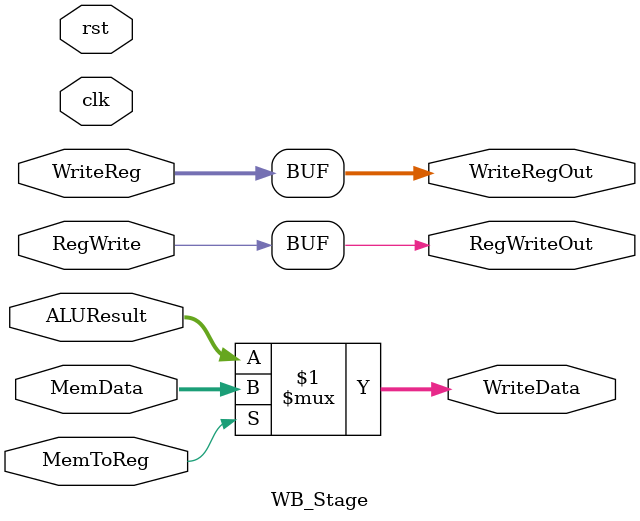
<source format=v>
module WB_Stage (
    input wire clk,                     // Clock
    input wire rst,                     // Reset
    input wire RegWrite,                // Habilita escrita no registrador
    input wire MemToReg,                // Seleciona entre dado da memória ou ALU
    input wire [4:0] WriteReg,          // Endereço do registrador de destino
    input wire [31:0] ALUResult,        // Resultado da ALU
    input wire [31:0] MemData,          // Dado lido da memória
    output wire [31:0] WriteData,       // Dado a ser escrito no registrador
    output wire [4:0] WriteRegOut,      // Endereço do registrador destino (saída)
    output wire RegWriteOut             // Sinal de controle da escrita (saída)
);

    // Multiplexador para selecionar a fonte do dado a ser escrito
    assign WriteData = (MemToReg) ? MemData : ALUResult;

    // Propagar os sinais de controle e endereço do registrador
    assign WriteRegOut = WriteReg;
    assign RegWriteOut = RegWrite;

endmodule

</source>
